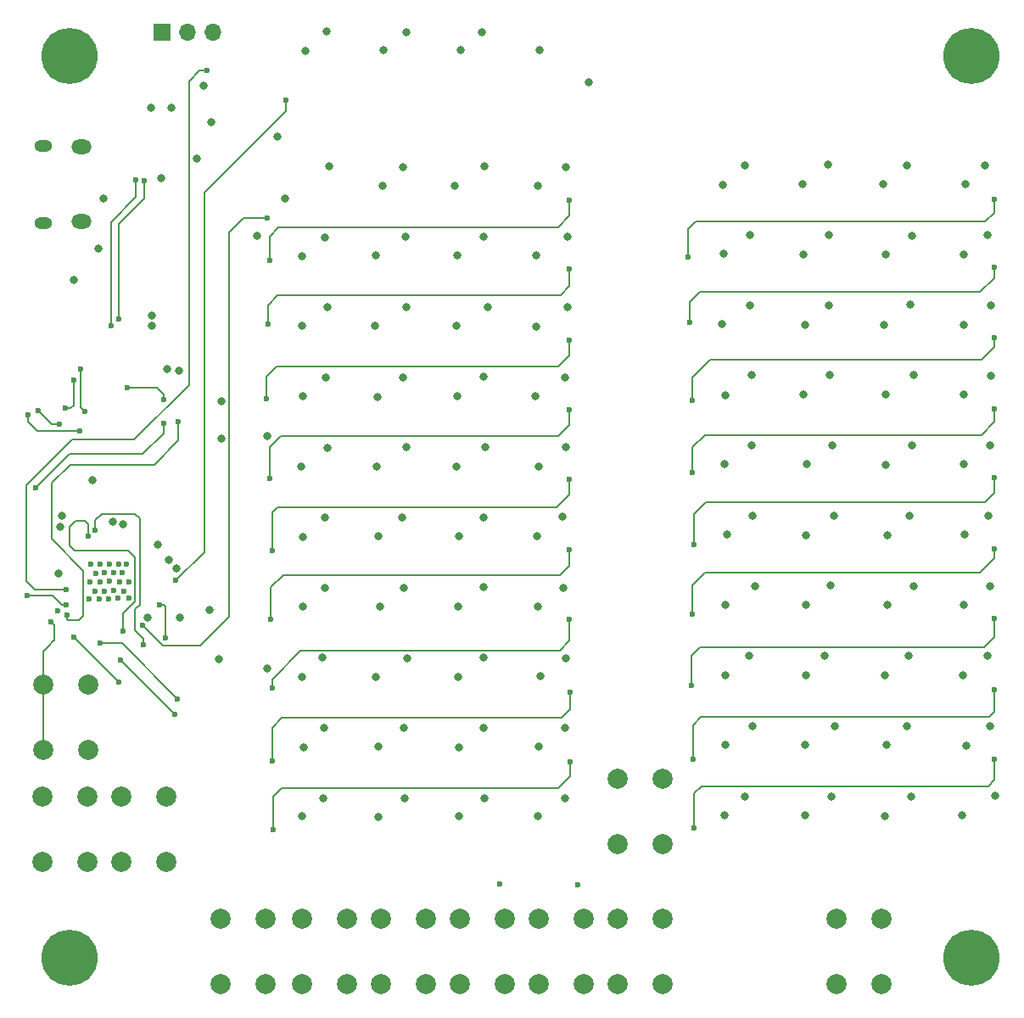
<source format=gbr>
G04 #@! TF.GenerationSoftware,KiCad,Pcbnew,5.1.5+dfsg1-2build2*
G04 #@! TF.CreationDate,2020-11-23T21:15:32+01:00*
G04 #@! TF.ProjectId,Logic_panel_v1,4c6f6769-635f-4706-916e-656c5f76312e,rev?*
G04 #@! TF.SameCoordinates,Original*
G04 #@! TF.FileFunction,Copper,L4,Bot*
G04 #@! TF.FilePolarity,Positive*
%FSLAX46Y46*%
G04 Gerber Fmt 4.6, Leading zero omitted, Abs format (unit mm)*
G04 Created by KiCad (PCBNEW 5.1.5+dfsg1-2build2) date 2020-11-23 21:15:32*
%MOMM*%
%LPD*%
G04 APERTURE LIST*
G04 #@! TA.AperFunction,ComponentPad*
%ADD10C,5.600000*%
G04 #@! TD*
G04 #@! TA.AperFunction,ComponentPad*
%ADD11R,1.700000X1.700000*%
G04 #@! TD*
G04 #@! TA.AperFunction,ComponentPad*
%ADD12O,1.700000X1.700000*%
G04 #@! TD*
G04 #@! TA.AperFunction,ComponentPad*
%ADD13C,2.000000*%
G04 #@! TD*
G04 #@! TA.AperFunction,ComponentPad*
%ADD14O,2.000000X1.450000*%
G04 #@! TD*
G04 #@! TA.AperFunction,ComponentPad*
%ADD15O,1.800000X1.150000*%
G04 #@! TD*
G04 #@! TA.AperFunction,ViaPad*
%ADD16C,0.800000*%
G04 #@! TD*
G04 #@! TA.AperFunction,ViaPad*
%ADD17C,0.600000*%
G04 #@! TD*
G04 #@! TA.AperFunction,Conductor*
%ADD18C,0.150000*%
G04 #@! TD*
G04 APERTURE END LIST*
D10*
G04 #@! TO.P,H1,1*
G04 #@! TO.N,N/C*
X55000001Y-145000001D03*
G04 #@! TD*
G04 #@! TO.P,H2,1*
G04 #@! TO.N,N/C*
X145000001Y-55000001D03*
G04 #@! TD*
G04 #@! TO.P,H3,1*
G04 #@! TO.N,N/C*
X55000001Y-55000001D03*
G04 #@! TD*
G04 #@! TO.P,H4,1*
G04 #@! TO.N,N/C*
X145000001Y-145000001D03*
G04 #@! TD*
D11*
G04 #@! TO.P,SW1,1*
G04 #@! TO.N,Board_1-+5V*
X64220001Y-52640001D03*
D12*
G04 #@! TO.P,SW1,2*
G04 #@! TO.N,Board_1-V_IN*
X66760001Y-52640001D03*
G04 #@! TO.P,SW1,3*
G04 #@! TO.N,Board_1-Net-(SW1-Pad3)*
X69300001Y-52640001D03*
G04 #@! TD*
D13*
G04 #@! TO.P,SW2,2*
G04 #@! TO.N,Board_1-GND*
X74562001Y-147588001D03*
G04 #@! TO.P,SW2,1*
G04 #@! TO.N,Board_1-BARVA_1*
X70062001Y-147588001D03*
G04 #@! TO.P,SW2,2*
G04 #@! TO.N,Board_1-GND*
X74562001Y-141088001D03*
G04 #@! TO.P,SW2,1*
G04 #@! TO.N,Board_1-BARVA_1*
X70062001Y-141088001D03*
G04 #@! TD*
G04 #@! TO.P,SW3,2*
G04 #@! TO.N,Board_1-GND*
X82690001Y-147588001D03*
G04 #@! TO.P,SW3,1*
G04 #@! TO.N,Board_1-BARVA_2*
X78190001Y-147588001D03*
G04 #@! TO.P,SW3,2*
G04 #@! TO.N,Board_1-GND*
X82690001Y-141088001D03*
G04 #@! TO.P,SW3,1*
G04 #@! TO.N,Board_1-BARVA_2*
X78190001Y-141088001D03*
G04 #@! TD*
G04 #@! TO.P,SW4,2*
G04 #@! TO.N,Board_1-GND*
X64656001Y-135396001D03*
G04 #@! TO.P,SW4,1*
G04 #@! TO.N,Board_1-BTN_SIPKA_VPRAVO*
X60156001Y-135396001D03*
G04 #@! TO.P,SW4,2*
G04 #@! TO.N,Board_1-GND*
X64656001Y-128896001D03*
G04 #@! TO.P,SW4,1*
G04 #@! TO.N,Board_1-BTN_SIPKA_VPRAVO*
X60156001Y-128896001D03*
G04 #@! TD*
G04 #@! TO.P,SW5,2*
G04 #@! TO.N,Board_1-GND*
X90564001Y-147588001D03*
G04 #@! TO.P,SW5,1*
G04 #@! TO.N,Board_1-BARVA_3*
X86064001Y-147588001D03*
G04 #@! TO.P,SW5,2*
G04 #@! TO.N,Board_1-GND*
X90564001Y-141088001D03*
G04 #@! TO.P,SW5,1*
G04 #@! TO.N,Board_1-BARVA_3*
X86064001Y-141088001D03*
G04 #@! TD*
G04 #@! TO.P,SW6,2*
G04 #@! TO.N,Board_1-GND*
X56782001Y-135396001D03*
G04 #@! TO.P,SW6,1*
G04 #@! TO.N,Board_1-BTN_SIPKA_VLEVO*
X52282001Y-135396001D03*
G04 #@! TO.P,SW6,2*
G04 #@! TO.N,Board_1-GND*
X56782001Y-128896001D03*
G04 #@! TO.P,SW6,1*
G04 #@! TO.N,Board_1-BTN_SIPKA_VLEVO*
X52282001Y-128896001D03*
G04 #@! TD*
G04 #@! TO.P,SW8,2*
G04 #@! TO.N,Board_1-GND*
X98438001Y-147588001D03*
G04 #@! TO.P,SW8,1*
G04 #@! TO.N,Board_1-BARVA_4*
X93938001Y-147588001D03*
G04 #@! TO.P,SW8,2*
G04 #@! TO.N,Board_1-GND*
X98438001Y-141088001D03*
G04 #@! TO.P,SW8,1*
G04 #@! TO.N,Board_1-BARVA_4*
X93938001Y-141088001D03*
G04 #@! TD*
G04 #@! TO.P,SW9,2*
G04 #@! TO.N,Board_1-GND*
X106312001Y-147588001D03*
G04 #@! TO.P,SW9,1*
G04 #@! TO.N,Board_1-BARVA_5*
X101812001Y-147588001D03*
G04 #@! TO.P,SW9,2*
G04 #@! TO.N,Board_1-GND*
X106312001Y-141088001D03*
G04 #@! TO.P,SW9,1*
G04 #@! TO.N,Board_1-BARVA_5*
X101812001Y-141088001D03*
G04 #@! TD*
G04 #@! TO.P,SW10,2*
G04 #@! TO.N,Board_1-GND*
X114186001Y-147588001D03*
G04 #@! TO.P,SW10,1*
G04 #@! TO.N,Board_1-BARVA_6*
X109686001Y-147588001D03*
G04 #@! TO.P,SW10,2*
G04 #@! TO.N,Board_1-GND*
X114186001Y-141088001D03*
G04 #@! TO.P,SW10,1*
G04 #@! TO.N,Board_1-BARVA_6*
X109686001Y-141088001D03*
G04 #@! TD*
G04 #@! TO.P,SW11,2*
G04 #@! TO.N,Board_1-GND*
X136030001Y-147588001D03*
G04 #@! TO.P,SW11,1*
G04 #@! TO.N,Board_1-BTN_ENTER*
X131530001Y-147588001D03*
G04 #@! TO.P,SW11,2*
G04 #@! TO.N,Board_1-GND*
X136030001Y-141088001D03*
G04 #@! TO.P,SW11,1*
G04 #@! TO.N,Board_1-BTN_ENTER*
X131530001Y-141088001D03*
G04 #@! TD*
G04 #@! TO.P,SW12,2*
G04 #@! TO.N,Board_1-GND*
X114186001Y-133618001D03*
G04 #@! TO.P,SW12,1*
G04 #@! TO.N,Board_1-BTN_NEW_GAME*
X109686001Y-133618001D03*
G04 #@! TO.P,SW12,2*
G04 #@! TO.N,Board_1-GND*
X114186001Y-127118001D03*
G04 #@! TO.P,SW12,1*
G04 #@! TO.N,Board_1-BTN_NEW_GAME*
X109686001Y-127118001D03*
G04 #@! TD*
G04 #@! TO.P,SW7,2*
G04 #@! TO.N,Board_1-GND*
X56858001Y-124234001D03*
G04 #@! TO.P,SW7,1*
G04 #@! TO.N,Board_1-BTN_END*
X52358001Y-124234001D03*
G04 #@! TO.P,SW7,2*
G04 #@! TO.N,Board_1-GND*
X56858001Y-117734001D03*
G04 #@! TO.P,SW7,1*
G04 #@! TO.N,Board_1-BTN_END*
X52358001Y-117734001D03*
G04 #@! TD*
D14*
G04 #@! TO.P,J1,6*
G04 #@! TO.N,Board_1-Net-(J1-Pad6)*
X56140001Y-64095001D03*
X56140001Y-71545001D03*
D15*
X52340001Y-63945001D03*
X52340001Y-71695001D03*
G04 #@! TD*
D16*
G04 #@! TO.N,Board_1-+3V3*
X55390001Y-77390001D03*
X54200001Y-100920001D03*
D17*
X105740001Y-137700001D03*
X97870001Y-137670001D03*
D16*
X57250001Y-97340001D03*
X62790001Y-111020001D03*
X53870001Y-106610001D03*
X64910001Y-105290001D03*
X60321722Y-101700334D03*
X65900001Y-86420001D03*
X63170001Y-80930001D03*
G04 #@! TO.N,Board_1-+5V*
X69110001Y-61570001D03*
X57890001Y-74190001D03*
X65130001Y-60140001D03*
X70100001Y-93220001D03*
X69920001Y-115220001D03*
D17*
G04 #@! TO.N,Board_1-/herni_LED.sch/10.sch/DATA_IN*
X104900001Y-125400001D03*
X75320001Y-132250001D03*
G04 #@! TO.N,Board_1-/herni_LED.sch/2.sch/DATA_IN*
X104890001Y-69390001D03*
X74930001Y-75360001D03*
G04 #@! TO.N,Board_1-/herni_LED.sch/3.sch/DATA_IN*
X104880001Y-76260001D03*
X74790001Y-81780001D03*
G04 #@! TO.N,Board_1-/herni_LED.sch/4.ch/DATA_IN*
X104860001Y-83350001D03*
X74660001Y-89200001D03*
G04 #@! TO.N,Board_1-/herni_LED.sch/5.sch/DATA_IN*
X104830001Y-90270001D03*
X74960001Y-97190001D03*
G04 #@! TO.N,Board_1-/herni_LED.sch/6.sch/DATA_IN*
X104890001Y-97280001D03*
X75240001Y-104340001D03*
G04 #@! TO.N,Board_1-/herni_LED.sch/7.sch/DATA_IN*
X104870001Y-104250001D03*
X75090001Y-111200001D03*
G04 #@! TO.N,Board_1-/herni_LED.sch/8.sch/DATA_IN*
X104870001Y-111250001D03*
X75190001Y-118070001D03*
G04 #@! TO.N,Board_1-/herni_LED.sch/9.sch/DATA_IN*
X104900001Y-118490001D03*
X75190001Y-125340001D03*
G04 #@! TO.N,Board_1-/hodnoceni_LED.sch/10.sch/DATA_IN*
X147280001Y-125180001D03*
X117320001Y-132080001D03*
G04 #@! TO.N,Board_1-/hodnoceni_LED.sch/2.sch/DATA_IN*
X147240001Y-69270001D03*
X116730001Y-75050001D03*
G04 #@! TO.N,Board_1-/hodnoceni_LED.sch/3.sch/DATA_IN*
X147230001Y-76050001D03*
X116910001Y-81610001D03*
G04 #@! TO.N,Board_1-/hodnoceni_LED.sch/4.ch/DATA_IN*
X147270001Y-83070001D03*
X117100001Y-89350001D03*
G04 #@! TO.N,Board_1-/hodnoceni_LED.sch/5.sch/DATA_IN*
X147280001Y-90200001D03*
X117170001Y-96600001D03*
G04 #@! TO.N,Board_1-/hodnoceni_LED.sch/6.sch/DATA_IN*
X147270001Y-97100001D03*
X117330001Y-103800001D03*
G04 #@! TO.N,Board_1-/hodnoceni_LED.sch/7.sch/DATA_IN*
X147240001Y-104160001D03*
X117100001Y-110670001D03*
G04 #@! TO.N,Board_1-/hodnoceni_LED.sch/8.sch/DATA_IN*
X147270001Y-111170001D03*
X117030001Y-117860001D03*
G04 #@! TO.N,Board_1-/hodnoceni_LED.sch/9.sch/DATA_IN*
X147280001Y-118210001D03*
X117190001Y-125150001D03*
G04 #@! TO.N,Board_1-BARVA_1*
X59920001Y-117520001D03*
X55410001Y-112980001D03*
G04 #@! TO.N,Board_1-BARVA_4*
X56810001Y-102900001D03*
X60350001Y-112400001D03*
G04 #@! TO.N,Board_1-BARVA_5*
X57540001Y-102320001D03*
X62350001Y-113770001D03*
G04 #@! TO.N,Board_1-BARVA_6*
X64540001Y-113110001D03*
X63990001Y-109780001D03*
G04 #@! TO.N,Board_1-BTN_END*
X53160001Y-111480001D03*
G04 #@! TO.N,Board_1-BTN_ENTER*
X60070001Y-115290001D03*
X65449999Y-120670001D03*
G04 #@! TO.N,Board_1-BTN_NEW_GAME*
X65757506Y-119162496D03*
X58030001Y-113599999D03*
G04 #@! TO.N,Board_1-DATA_herni_LED*
X62290001Y-111845001D03*
X74718001Y-71148001D03*
G04 #@! TO.N,Board_1-DATA_zadani_LED*
X76600001Y-59390001D03*
X65600001Y-107360001D03*
G04 #@! TO.N,Board_1-GND*
X56970001Y-109210001D03*
X57920001Y-109220001D03*
X58840001Y-109160001D03*
X57490001Y-108410001D03*
X58440001Y-108380001D03*
X59380001Y-108350001D03*
X59850001Y-109070001D03*
X60940001Y-109090001D03*
X60410001Y-108420001D03*
X60880001Y-107470001D03*
X59950001Y-107470001D03*
X58970001Y-107420001D03*
X57990001Y-107450001D03*
X57010001Y-107450001D03*
X57600001Y-106630001D03*
X58470001Y-106590001D03*
X59370001Y-106590001D03*
X60270001Y-106540001D03*
X60670001Y-105730001D03*
X59870001Y-105720001D03*
X58940001Y-105710001D03*
X58070001Y-105720001D03*
X57130001Y-105680001D03*
D16*
X76460001Y-69220001D03*
X86220001Y-67910001D03*
X93400001Y-67920001D03*
X101710001Y-67920001D03*
X73680001Y-72980001D03*
X78210001Y-74960001D03*
X85590001Y-74920001D03*
X93650001Y-74930001D03*
X101570001Y-74900001D03*
X78180001Y-81930001D03*
X85500001Y-81900001D03*
X93620001Y-81910001D03*
X101550001Y-81990001D03*
X101490001Y-88920001D03*
X93700001Y-88990001D03*
X85680001Y-89000001D03*
X78250001Y-88940001D03*
X78100001Y-95950001D03*
X85630001Y-95970001D03*
X93580001Y-95970001D03*
X101810001Y-95950001D03*
X101640001Y-102950001D03*
X93810001Y-102920001D03*
X85800001Y-102950001D03*
X78300001Y-102970001D03*
X78300001Y-109950001D03*
X85980001Y-109970001D03*
X93780001Y-109950001D03*
X101700001Y-109950001D03*
X78220001Y-116970001D03*
X85590001Y-116950001D03*
X93760001Y-116960001D03*
X101940001Y-116930001D03*
X101820001Y-123950001D03*
X93820001Y-123970001D03*
X85780001Y-123940001D03*
X78320001Y-123960001D03*
X78150001Y-130900001D03*
X85830001Y-130920001D03*
X93880001Y-130900001D03*
X101750001Y-130870001D03*
X78530001Y-54490001D03*
X86280001Y-54420001D03*
X94030001Y-54440001D03*
X101870001Y-54400001D03*
X67690001Y-65270001D03*
X63080001Y-60140001D03*
X120210001Y-67830001D03*
X128140001Y-67750001D03*
X136140001Y-67770001D03*
X144370001Y-67770001D03*
X144250001Y-74820001D03*
X136440001Y-74800001D03*
X128180001Y-74810001D03*
X120240001Y-74760001D03*
X120120001Y-81780001D03*
X128410001Y-81800001D03*
X136290001Y-81800001D03*
X144230001Y-81810001D03*
X144220001Y-88760001D03*
X136430001Y-88810001D03*
X128200001Y-88800001D03*
X120440001Y-88840001D03*
X120350001Y-95760001D03*
X128550001Y-95750001D03*
X136440001Y-95800001D03*
X144230001Y-95740001D03*
X144330001Y-102760001D03*
X136630001Y-102800001D03*
X120620001Y-102790001D03*
X128460001Y-102810001D03*
X120410001Y-109760001D03*
X128460001Y-109780001D03*
X136610001Y-109780001D03*
X144190001Y-109810001D03*
X144110001Y-116810001D03*
X136390001Y-116800001D03*
X128480001Y-116780001D03*
X120420001Y-116810001D03*
X120420001Y-123740001D03*
X128400001Y-123770001D03*
X136540001Y-123760001D03*
X144440001Y-123790001D03*
X144080001Y-130760001D03*
X136380001Y-130820001D03*
X128370001Y-130780001D03*
X120310001Y-130800001D03*
X68400001Y-57950001D03*
X64710001Y-86200001D03*
X58380001Y-69180001D03*
X64100001Y-67200001D03*
X65950001Y-111050001D03*
X63780001Y-103740001D03*
X54066001Y-101996001D03*
X68928849Y-110323511D03*
D17*
X53840001Y-110345001D03*
D16*
X65690001Y-106150001D03*
X59340001Y-101510001D03*
X63200001Y-81930001D03*
X70120001Y-89420001D03*
D17*
G04 #@! TO.N,Board_1-IO0*
X60770001Y-88130001D03*
X64380001Y-91680001D03*
X51560001Y-98130001D03*
X64390001Y-89310001D03*
X50774947Y-108840001D03*
X54642356Y-109759201D03*
G04 #@! TO.N,Board_1-Net-(D7-Pad2)*
X62420001Y-67420001D03*
X59890001Y-81280001D03*
G04 #@! TO.N,Board_1-Net-(D8-Pad2)*
X61620283Y-67398676D03*
X59150003Y-81910001D03*
G04 #@! TO.N,Board_1-Net-(R8-Pad2)*
X51820001Y-90380001D03*
X53990001Y-91740001D03*
G04 #@! TO.N,Board_1-Net-(R9-Pad2)*
X50810001Y-90840001D03*
X55990001Y-92450001D03*
G04 #@! TO.N,Board_1-RX_ESP*
X56080001Y-86270001D03*
X56510001Y-90450001D03*
G04 #@! TO.N,Board_1-TX_ESP*
X55390001Y-87360001D03*
X54520001Y-90140001D03*
D16*
G04 #@! TO.N,Board_1-V_LED_1*
X80600001Y-52550001D03*
X88570001Y-52610001D03*
X96140001Y-52590001D03*
X106770001Y-57590001D03*
X80890001Y-66040001D03*
X88220001Y-66080001D03*
X96360001Y-66000001D03*
X104530001Y-66060001D03*
X80500001Y-73080001D03*
X88510001Y-73020001D03*
X96310001Y-73060001D03*
X104710001Y-73020001D03*
X80720001Y-80070001D03*
X88580001Y-80030001D03*
X96690001Y-80030001D03*
X104710001Y-80030001D03*
X80570001Y-87060001D03*
X88300001Y-87050001D03*
X96270001Y-87030001D03*
X104450001Y-87100001D03*
X122420001Y-65900001D03*
X130690001Y-65860001D03*
X138510001Y-65880001D03*
X146370001Y-65930001D03*
X139050001Y-72920001D03*
X146620001Y-72870001D03*
X130780001Y-72870001D03*
X122920001Y-72870001D03*
X122860001Y-79900001D03*
X130730001Y-79860001D03*
X138850001Y-79840001D03*
X146930001Y-79900001D03*
X123050001Y-86850001D03*
X130820001Y-86870001D03*
X139230001Y-86870001D03*
X146910001Y-86900001D03*
X75750001Y-63030001D03*
G04 #@! TO.N,Board_1-V_LED_2*
X80700001Y-94110001D03*
X88580001Y-94030001D03*
X96430001Y-94060001D03*
X80510001Y-108070001D03*
X104490001Y-94040001D03*
X104160001Y-101010001D03*
X96300001Y-101070001D03*
X104250001Y-108060001D03*
X96260001Y-108040001D03*
X88320001Y-108060001D03*
X88170001Y-101020001D03*
X80440001Y-101040001D03*
X123070001Y-93840001D03*
X131090001Y-93880001D03*
X139090001Y-93840001D03*
X146820001Y-93820001D03*
X146710001Y-100920001D03*
X138810001Y-100870001D03*
X131270001Y-100890001D03*
X123100001Y-100880001D03*
X123390001Y-107880001D03*
X130930001Y-107870001D03*
X139250001Y-107930001D03*
X146880001Y-107910001D03*
X74670001Y-92960001D03*
G04 #@! TO.N,Board_1-V_LED_3*
X80230001Y-115060001D03*
X88650001Y-115100001D03*
X96290001Y-115060001D03*
X104490001Y-115090001D03*
X80400001Y-122030001D03*
X88330001Y-122030001D03*
X96270001Y-122070001D03*
X104430001Y-122070001D03*
X80310001Y-129060001D03*
X88410001Y-129060001D03*
X96410001Y-129090001D03*
X104390001Y-129050001D03*
X122820001Y-114850001D03*
X130340001Y-114860001D03*
X138710001Y-114880001D03*
X146630001Y-114840001D03*
X146820001Y-121880001D03*
X138570001Y-121910001D03*
X123180001Y-121910001D03*
X131340001Y-121900001D03*
X122380001Y-128870001D03*
X131050001Y-128880001D03*
X138960001Y-128900001D03*
X147390001Y-128860001D03*
X74740001Y-116090001D03*
D17*
G04 #@! TO.N,Board_1-ZAPINANI_1_CAST_LED*
X68700001Y-56450001D03*
X54664001Y-108266001D03*
G04 #@! TO.N,Board_1-ZAPINANI_2_CAST_LED*
X65860001Y-91470001D03*
X54700001Y-110830001D03*
G04 #@! TD*
D18*
G04 #@! TO.N,Board_1-/herni_LED.sch/10.sch/DATA_IN*
X104900001Y-125400001D02*
X104900001Y-126920001D01*
X104900001Y-126920001D02*
X103750001Y-128070001D01*
X103750001Y-128070001D02*
X76190001Y-128070001D01*
X75320001Y-128940001D02*
X75320001Y-132250001D01*
X76190001Y-128070001D02*
X75320001Y-128940001D01*
G04 #@! TO.N,Board_1-/herni_LED.sch/2.sch/DATA_IN*
X104890001Y-69390001D02*
X104890001Y-70940001D01*
X104890001Y-70940001D02*
X103720001Y-72110001D01*
X103720001Y-72110001D02*
X75810001Y-72110001D01*
X74930001Y-72990001D02*
X74930001Y-75360001D01*
X75810001Y-72110001D02*
X74930001Y-72990001D01*
G04 #@! TO.N,Board_1-/herni_LED.sch/3.sch/DATA_IN*
X104880001Y-76260001D02*
X104880001Y-77970001D01*
X104880001Y-77970001D02*
X103970001Y-78880001D01*
X103970001Y-78880001D02*
X81190001Y-78880001D01*
X81190001Y-78880001D02*
X81180001Y-78890001D01*
X81180001Y-78890001D02*
X75750001Y-78890001D01*
X74790001Y-79850001D02*
X74790001Y-81780001D01*
X75750001Y-78890001D02*
X74790001Y-79850001D01*
G04 #@! TO.N,Board_1-/herni_LED.sch/4.ch/DATA_IN*
X104860001Y-83350001D02*
X104860001Y-84860001D01*
X104860001Y-84860001D02*
X103730001Y-85990001D01*
X103730001Y-85990001D02*
X75640001Y-85990001D01*
X74660001Y-86970001D02*
X74660001Y-89200001D01*
X75640001Y-85990001D02*
X74660001Y-86970001D01*
G04 #@! TO.N,Board_1-/herni_LED.sch/5.sch/DATA_IN*
X104830001Y-90270001D02*
X104830001Y-91850001D01*
X104830001Y-91850001D02*
X103750001Y-92930001D01*
X103750001Y-92930001D02*
X76030001Y-92930001D01*
X74960001Y-94000001D02*
X74960001Y-97190001D01*
X76030001Y-92930001D02*
X74960001Y-94000001D01*
G04 #@! TO.N,Board_1-/herni_LED.sch/6.sch/DATA_IN*
X104890001Y-97280001D02*
X104890001Y-98750001D01*
X104890001Y-98750001D02*
X103570001Y-100070001D01*
X103570001Y-100070001D02*
X75740001Y-100070001D01*
X75240001Y-100570001D02*
X75240001Y-104340001D01*
X75740001Y-100070001D02*
X75240001Y-100570001D01*
G04 #@! TO.N,Board_1-/herni_LED.sch/7.sch/DATA_IN*
X104870001Y-104250001D02*
X104870001Y-105870001D01*
X104870001Y-105870001D02*
X103950001Y-106790001D01*
X103950001Y-106790001D02*
X76330001Y-106790001D01*
X76330001Y-106790001D02*
X75090001Y-108030001D01*
X75090001Y-108030001D02*
X75090001Y-111200001D01*
G04 #@! TO.N,Board_1-/herni_LED.sch/8.sch/DATA_IN*
X75190001Y-117220001D02*
X75190001Y-118070001D01*
X78050001Y-114360001D02*
X75190001Y-117220001D01*
X103880001Y-114360001D02*
X78050001Y-114360001D01*
X104870001Y-113370001D02*
X103880001Y-114360001D01*
X104870001Y-111250001D02*
X104870001Y-113370001D01*
G04 #@! TO.N,Board_1-/herni_LED.sch/9.sch/DATA_IN*
X104900001Y-118490001D02*
X104900001Y-120230001D01*
X104900001Y-120230001D02*
X104100001Y-121030001D01*
X104100001Y-121030001D02*
X76180001Y-121030001D01*
X75190001Y-122020001D02*
X75190001Y-125340001D01*
X76180001Y-121030001D02*
X75190001Y-122020001D01*
G04 #@! TO.N,Board_1-/hodnoceni_LED.sch/10.sch/DATA_IN*
X147280001Y-125180001D02*
X147280001Y-127250001D01*
X147280001Y-127250001D02*
X146670001Y-127860001D01*
X146670001Y-127860001D02*
X118030001Y-127860001D01*
X117320001Y-128570001D02*
X117320001Y-132080001D01*
X118030001Y-127860001D02*
X117320001Y-128570001D01*
G04 #@! TO.N,Board_1-/hodnoceni_LED.sch/2.sch/DATA_IN*
X147240001Y-69270001D02*
X147240001Y-70670001D01*
X147240001Y-70670001D02*
X146370001Y-71540001D01*
X146370001Y-71540001D02*
X117460001Y-71540001D01*
X116730001Y-72270001D02*
X116730001Y-75050001D01*
X117460001Y-71540001D02*
X116730001Y-72270001D01*
G04 #@! TO.N,Board_1-/hodnoceni_LED.sch/3.sch/DATA_IN*
X147230001Y-76050001D02*
X147230001Y-77200001D01*
X147230001Y-77200001D02*
X145860001Y-78570001D01*
X145860001Y-78570001D02*
X117920001Y-78570001D01*
X116910001Y-79580001D02*
X116910001Y-81610001D01*
X117920001Y-78570001D02*
X116910001Y-79580001D01*
G04 #@! TO.N,Board_1-/hodnoceni_LED.sch/4.ch/DATA_IN*
X147270001Y-83070001D02*
X147270001Y-84050001D01*
X147270001Y-84050001D02*
X146040001Y-85280001D01*
X146040001Y-85280001D02*
X118880001Y-85280001D01*
X117100001Y-87060001D02*
X117100001Y-89350001D01*
X118880001Y-85280001D02*
X117100001Y-87060001D01*
G04 #@! TO.N,Board_1-/hodnoceni_LED.sch/5.sch/DATA_IN*
X147280001Y-90200001D02*
X147280001Y-91500001D01*
X147280001Y-91500001D02*
X145970001Y-92810001D01*
X145970001Y-92810001D02*
X118420001Y-92810001D01*
X117170001Y-94060001D02*
X117170001Y-96600001D01*
X118420001Y-92810001D02*
X117170001Y-94060001D01*
G04 #@! TO.N,Board_1-/hodnoceni_LED.sch/6.sch/DATA_IN*
X147270001Y-97100001D02*
X147270001Y-98640001D01*
X147270001Y-98640001D02*
X146360001Y-99550001D01*
X146360001Y-99550001D02*
X118470001Y-99550001D01*
X117330001Y-100690001D02*
X117330001Y-103800001D01*
X118470001Y-99550001D02*
X117330001Y-100690001D01*
G04 #@! TO.N,Board_1-/hodnoceni_LED.sch/7.sch/DATA_IN*
X147240001Y-104160001D02*
X147240001Y-105160001D01*
X147240001Y-105160001D02*
X145810001Y-106590001D01*
X145810001Y-106590001D02*
X118370001Y-106590001D01*
X117100001Y-107860001D02*
X117100001Y-110670001D01*
X118370001Y-106590001D02*
X117100001Y-107860001D01*
G04 #@! TO.N,Board_1-/hodnoceni_LED.sch/8.sch/DATA_IN*
X147270001Y-111170001D02*
X147270001Y-112980001D01*
X147270001Y-112980001D02*
X146260001Y-113990001D01*
X146260001Y-113990001D02*
X117860001Y-113990001D01*
X117030001Y-114820001D02*
X117030001Y-117860001D01*
X117860001Y-113990001D02*
X117030001Y-114820001D01*
G04 #@! TO.N,Board_1-/hodnoceni_LED.sch/9.sch/DATA_IN*
X147280001Y-118210001D02*
X147280001Y-120460001D01*
X147280001Y-120460001D02*
X146790001Y-120950001D01*
X146790001Y-120950001D02*
X118010001Y-120950001D01*
X117190001Y-121770001D02*
X117190001Y-125150001D01*
X118010001Y-120950001D02*
X117190001Y-121770001D01*
G04 #@! TO.N,Board_1-BARVA_1*
X59920001Y-117490001D02*
X55410001Y-112980001D01*
X59920001Y-117520001D02*
X59920001Y-117490001D01*
G04 #@! TO.N,Board_1-BARVA_4*
X60350001Y-112400001D02*
X60350001Y-110600001D01*
X60350001Y-110600001D02*
X61515002Y-109435000D01*
X61515002Y-109435000D02*
X61515002Y-105055002D01*
X61515002Y-105055002D02*
X60840001Y-104380001D01*
X60840001Y-104380001D02*
X55530001Y-104380001D01*
X55530001Y-104380001D02*
X54980001Y-103830001D01*
X54980001Y-103830001D02*
X54980001Y-101970001D01*
X54980001Y-101970001D02*
X55550001Y-101400001D01*
X55550001Y-101400001D02*
X56480001Y-101400001D01*
X56480001Y-101400001D02*
X56810001Y-101730001D01*
X56810001Y-101730001D02*
X56810001Y-102900001D01*
G04 #@! TO.N,Board_1-BARVA_5*
X57540001Y-101300001D02*
X57540001Y-102320001D01*
X58160001Y-100680001D02*
X57540001Y-101300001D01*
X61970001Y-101140001D02*
X61510001Y-100680001D01*
X61970001Y-109760001D02*
X61970001Y-101140001D01*
X61510001Y-100680001D02*
X58160001Y-100680001D01*
X61530001Y-110200001D02*
X61970001Y-109760001D01*
X61530001Y-112350001D02*
X61530001Y-110200001D01*
X62350001Y-113170001D02*
X61530001Y-112350001D01*
X62350001Y-113770001D02*
X62350001Y-113170001D01*
G04 #@! TO.N,Board_1-BARVA_6*
X64540001Y-109960001D02*
X64540001Y-113110001D01*
X64360001Y-109780001D02*
X64540001Y-109960001D01*
X63990001Y-109780001D02*
X64360001Y-109780001D01*
G04 #@! TO.N,Board_1-BTN_END*
X52358001Y-117734001D02*
X52358001Y-124234001D01*
X53480001Y-111800001D02*
X53480001Y-113290001D01*
X52358001Y-117734001D02*
X52358001Y-114402001D01*
X52358001Y-114402001D02*
X52865001Y-113895001D01*
X52865001Y-113895001D02*
X52875001Y-113895001D01*
X52875001Y-113895001D02*
X53410001Y-113360001D01*
X53480001Y-113290001D02*
X53410001Y-113360001D01*
X53160001Y-111480001D02*
X53480001Y-111800001D01*
G04 #@! TO.N,Board_1-BTN_ENTER*
X60070001Y-115290001D02*
X60370000Y-115590002D01*
X60370000Y-115590002D02*
X65449999Y-120670001D01*
G04 #@! TO.N,Board_1-BTN_NEW_GAME*
X60195009Y-113599999D02*
X58030001Y-113599999D01*
X65757506Y-119162496D02*
X60195009Y-113599999D01*
G04 #@! TO.N,Board_1-DATA_herni_LED*
X70880001Y-72590001D02*
X72322001Y-71148001D01*
X70880001Y-110950001D02*
X70880001Y-72590001D01*
X68000001Y-113830001D02*
X70880001Y-110950001D01*
X64275001Y-113830001D02*
X68000001Y-113830001D01*
X72322001Y-71148001D02*
X74718001Y-71148001D01*
X62290001Y-111845001D02*
X64275001Y-113830001D01*
G04 #@! TO.N,Board_1-DATA_zadani_LED*
X68455001Y-68625001D02*
X68455001Y-104505001D01*
X68455001Y-104505001D02*
X65600001Y-107360001D01*
X76600001Y-60480001D02*
X68455001Y-68625001D01*
X76600001Y-59390001D02*
X76600001Y-60480001D01*
G04 #@! TO.N,Board_1-IO0*
X64380001Y-91680001D02*
X64380001Y-92650001D01*
X64380001Y-92650001D02*
X62300001Y-94730001D01*
X62300001Y-94730001D02*
X55150001Y-94730001D01*
X54960001Y-94730001D02*
X51560001Y-98130001D01*
X55150001Y-94730001D02*
X54960001Y-94730001D01*
X62210001Y-88130001D02*
X63710001Y-88130001D01*
X60770001Y-88130001D02*
X62210001Y-88130001D01*
X64390001Y-88810001D02*
X64390001Y-89310001D01*
X63710001Y-88130001D02*
X64390001Y-88810001D01*
X54199201Y-109759201D02*
X54642356Y-109759201D01*
X53280001Y-108840001D02*
X54199201Y-109759201D01*
X50774947Y-108840001D02*
X53280001Y-108840001D01*
G04 #@! TO.N,Board_1-Net-(D7-Pad2)*
X62420001Y-69250001D02*
X62420001Y-67420001D01*
X59890001Y-71780001D02*
X62420001Y-69250001D01*
X59890001Y-81280001D02*
X59890001Y-71780001D01*
G04 #@! TO.N,Board_1-Net-(D8-Pad2)*
X59150003Y-71559999D02*
X61620283Y-69089719D01*
X59150003Y-81910001D02*
X59150003Y-71559999D01*
X61620283Y-69089719D02*
X61620283Y-67398676D01*
G04 #@! TO.N,Board_1-Net-(R8-Pad2)*
X53180001Y-91740001D02*
X51820001Y-90380001D01*
X53990001Y-91740001D02*
X53180001Y-91740001D01*
G04 #@! TO.N,Board_1-Net-(R9-Pad2)*
X55990001Y-92450001D02*
X51730001Y-92450001D01*
X50810001Y-91530001D02*
X50810001Y-90840001D01*
X51730001Y-92450001D02*
X50810001Y-91530001D01*
G04 #@! TO.N,Board_1-RX_ESP*
X56080001Y-90020001D02*
X56510001Y-90450001D01*
X56080001Y-90010001D02*
X56080001Y-90020001D01*
X56080001Y-86270001D02*
X56080001Y-90010001D01*
G04 #@! TO.N,Board_1-TX_ESP*
X55100001Y-90140001D02*
X54520001Y-90140001D01*
X55390001Y-89850001D02*
X55100001Y-90140001D01*
X55390001Y-87360001D02*
X55390001Y-89850001D01*
G04 #@! TO.N,Board_1-ZAPINANI_1_CAST_LED*
X50640001Y-107390001D02*
X51516001Y-108266001D01*
X50640001Y-97840001D02*
X50640001Y-107390001D01*
X55210001Y-93270001D02*
X50640001Y-97840001D01*
X61440001Y-93270001D02*
X55210001Y-93270001D01*
X66885000Y-87825002D02*
X61440001Y-93270001D01*
X66885000Y-57545002D02*
X66885000Y-87825002D01*
X67980001Y-56450001D02*
X66885000Y-57545002D01*
X51516001Y-108266001D02*
X54664001Y-108266001D01*
X68700001Y-56450001D02*
X67980001Y-56450001D01*
G04 #@! TO.N,Board_1-ZAPINANI_2_CAST_LED*
X54840111Y-111330111D02*
X54700001Y-111190001D01*
X55383815Y-111330001D02*
X55383705Y-111330111D01*
X54700001Y-111190001D02*
X54700001Y-110830001D01*
X55920001Y-111330001D02*
X55383815Y-111330001D01*
X56370001Y-110880001D02*
X55920001Y-111330001D01*
X56370001Y-106360001D02*
X56370001Y-110880001D01*
X53190001Y-103180001D02*
X56370001Y-106360001D01*
X55030001Y-95780001D02*
X53190001Y-97620001D01*
X63460001Y-95780001D02*
X55030001Y-95780001D01*
X55383705Y-111330111D02*
X54840111Y-111330111D01*
X65860001Y-93380001D02*
X63460001Y-95780001D01*
X53190001Y-97620001D02*
X53190001Y-103180001D01*
X65860001Y-91470001D02*
X65860001Y-93380001D01*
G04 #@! TD*
M02*

</source>
